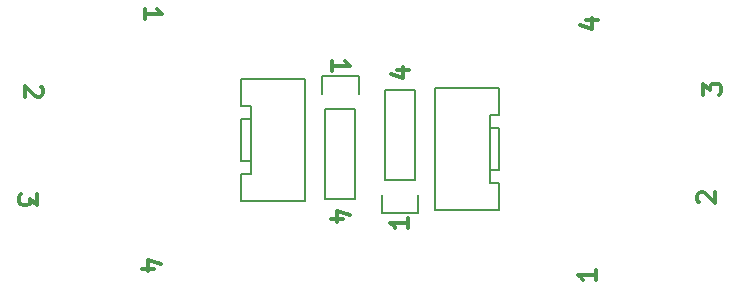
<source format=gto>
G04 #@! TF.FileFunction,Legend,Top*
%FSLAX46Y46*%
G04 Gerber Fmt 4.6, Leading zero omitted, Abs format (unit mm)*
G04 Created by KiCad (PCBNEW 4.0.3-stable) date 03/15/17 04:31:11*
%MOMM*%
%LPD*%
G01*
G04 APERTURE LIST*
%ADD10C,0.100000*%
%ADD11C,0.300000*%
%ADD12C,0.150000*%
G04 APERTURE END LIST*
D10*
D11*
X137371429Y-65378571D02*
X137300000Y-65307142D01*
X137228571Y-65164285D01*
X137228571Y-64807142D01*
X137300000Y-64664285D01*
X137371429Y-64592856D01*
X137514286Y-64521428D01*
X137657143Y-64521428D01*
X137871429Y-64592856D01*
X138728571Y-65449999D01*
X138728571Y-64521428D01*
X137728571Y-56249999D02*
X137728571Y-55321428D01*
X138300000Y-55821428D01*
X138300000Y-55607142D01*
X138371429Y-55464285D01*
X138442857Y-55392856D01*
X138585714Y-55321428D01*
X138942857Y-55321428D01*
X139085714Y-55392856D01*
X139157143Y-55464285D01*
X139228571Y-55607142D01*
X139228571Y-56035714D01*
X139157143Y-56178571D01*
X139085714Y-56249999D01*
X127828571Y-49964285D02*
X128828571Y-49964285D01*
X127257143Y-50321428D02*
X128328571Y-50678571D01*
X128328571Y-49749999D01*
X128628571Y-71121428D02*
X128628571Y-71978571D01*
X128628571Y-71549999D02*
X127128571Y-71549999D01*
X127342857Y-71692856D01*
X127485714Y-71835714D01*
X127557143Y-71978571D01*
X112728571Y-66721428D02*
X112728571Y-67578571D01*
X112728571Y-67149999D02*
X111228571Y-67149999D01*
X111442857Y-67292856D01*
X111585714Y-67435714D01*
X111657143Y-67578571D01*
X111828571Y-54164285D02*
X112828571Y-54164285D01*
X111257143Y-54521428D02*
X112328571Y-54878571D01*
X112328571Y-53949999D01*
X107221429Y-66785715D02*
X106221429Y-66785715D01*
X107792857Y-66428572D02*
X106721429Y-66071429D01*
X106721429Y-67000001D01*
X106321429Y-54228572D02*
X106321429Y-53371429D01*
X106321429Y-53800001D02*
X107821429Y-53800001D01*
X107607143Y-53657144D01*
X107464286Y-53514286D01*
X107392857Y-53371429D01*
X90421429Y-49828572D02*
X90421429Y-48971429D01*
X90421429Y-49400001D02*
X91921429Y-49400001D01*
X91707143Y-49257144D01*
X91564286Y-49114286D01*
X91492857Y-48971429D01*
X91221429Y-70985715D02*
X90221429Y-70985715D01*
X91792857Y-70628572D02*
X90721429Y-70271429D01*
X90721429Y-71200001D01*
X81321429Y-64700001D02*
X81321429Y-65628572D01*
X80750000Y-65128572D01*
X80750000Y-65342858D01*
X80678571Y-65485715D01*
X80607143Y-65557144D01*
X80464286Y-65628572D01*
X80107143Y-65628572D01*
X79964286Y-65557144D01*
X79892857Y-65485715D01*
X79821429Y-65342858D01*
X79821429Y-64914286D01*
X79892857Y-64771429D01*
X79964286Y-64700001D01*
X81678571Y-55571429D02*
X81750000Y-55642858D01*
X81821429Y-55785715D01*
X81821429Y-56142858D01*
X81750000Y-56285715D01*
X81678571Y-56357144D01*
X81535714Y-56428572D01*
X81392857Y-56428572D01*
X81178571Y-56357144D01*
X80321429Y-55500001D01*
X80321429Y-56428572D01*
D12*
X115050000Y-62650000D02*
X115050000Y-63850000D01*
X119650000Y-62750000D02*
X119650000Y-63650000D01*
X120300000Y-63700000D02*
X119650000Y-63700000D01*
X119650000Y-62800000D02*
X119650000Y-58000000D01*
X120300000Y-55700000D02*
X120450000Y-55700000D01*
X120450000Y-55700000D02*
X120450000Y-55850000D01*
X120450000Y-57850000D02*
X120450000Y-58000000D01*
X115350000Y-55700000D02*
X115200000Y-55700000D01*
X115200000Y-55700000D02*
X115050000Y-55700000D01*
X115050000Y-55700000D02*
X115050000Y-60850000D01*
X115050000Y-65850000D02*
X115050000Y-63750000D01*
X120300000Y-63700000D02*
X120450000Y-63700000D01*
X120450000Y-63700000D02*
X120450000Y-63850000D01*
X120450000Y-65850000D02*
X120450000Y-66000000D01*
X120450000Y-66000000D02*
X120300000Y-66000000D01*
X115350000Y-66000000D02*
X115050000Y-66000000D01*
X115050000Y-66000000D02*
X115050000Y-65900000D01*
X115050000Y-65900000D02*
X115050000Y-65850000D01*
X119650000Y-62600000D02*
X120450000Y-62600000D01*
X120450000Y-62600000D02*
X120450000Y-59100000D01*
X120450000Y-59100000D02*
X119650000Y-59100000D01*
X115050000Y-62800000D02*
X115050000Y-60850000D01*
X120300000Y-66000000D02*
X115350000Y-66000000D01*
X120300000Y-55700000D02*
X115350000Y-55700000D01*
X120450000Y-58000000D02*
X119650000Y-58000000D01*
X120450000Y-65850000D02*
X120450000Y-63850000D01*
X120450000Y-57850000D02*
X120450000Y-55850000D01*
X113320000Y-63480000D02*
X113320000Y-55860000D01*
X110780000Y-63480000D02*
X110780000Y-55860000D01*
X110500000Y-66300000D02*
X110500000Y-64750000D01*
X113320000Y-55860000D02*
X110780000Y-55860000D01*
X110780000Y-63480000D02*
X113320000Y-63480000D01*
X113600000Y-64750000D02*
X113600000Y-66300000D01*
X113600000Y-66300000D02*
X110500000Y-66300000D01*
X105730000Y-57470000D02*
X105730000Y-65090000D01*
X108270000Y-57470000D02*
X108270000Y-65090000D01*
X108550000Y-54650000D02*
X108550000Y-56200000D01*
X105730000Y-65090000D02*
X108270000Y-65090000D01*
X108270000Y-57470000D02*
X105730000Y-57470000D01*
X105450000Y-56200000D02*
X105450000Y-54650000D01*
X105450000Y-54650000D02*
X108550000Y-54650000D01*
X104000000Y-58300000D02*
X104000000Y-57100000D01*
X99400000Y-58200000D02*
X99400000Y-57300000D01*
X98750000Y-57250000D02*
X99400000Y-57250000D01*
X99400000Y-58150000D02*
X99400000Y-62950000D01*
X98750000Y-65250000D02*
X98600000Y-65250000D01*
X98600000Y-65250000D02*
X98600000Y-65100000D01*
X98600000Y-63100000D02*
X98600000Y-62950000D01*
X103700000Y-65250000D02*
X103850000Y-65250000D01*
X103850000Y-65250000D02*
X104000000Y-65250000D01*
X104000000Y-65250000D02*
X104000000Y-60100000D01*
X104000000Y-55100000D02*
X104000000Y-57200000D01*
X98750000Y-57250000D02*
X98600000Y-57250000D01*
X98600000Y-57250000D02*
X98600000Y-57100000D01*
X98600000Y-55100000D02*
X98600000Y-54950000D01*
X98600000Y-54950000D02*
X98750000Y-54950000D01*
X103700000Y-54950000D02*
X104000000Y-54950000D01*
X104000000Y-54950000D02*
X104000000Y-55050000D01*
X104000000Y-55050000D02*
X104000000Y-55100000D01*
X99400000Y-58350000D02*
X98600000Y-58350000D01*
X98600000Y-58350000D02*
X98600000Y-61850000D01*
X98600000Y-61850000D02*
X99400000Y-61850000D01*
X104000000Y-58150000D02*
X104000000Y-60100000D01*
X98750000Y-54950000D02*
X103700000Y-54950000D01*
X98750000Y-65250000D02*
X103700000Y-65250000D01*
X98600000Y-62950000D02*
X99400000Y-62950000D01*
X98600000Y-55100000D02*
X98600000Y-57100000D01*
X98600000Y-63100000D02*
X98600000Y-65100000D01*
M02*

</source>
